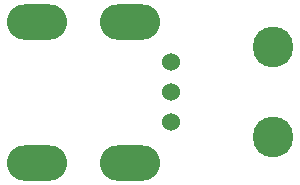
<source format=gbr>
%TF.GenerationSoftware,KiCad,Pcbnew,7.0.5*%
%TF.CreationDate,2023-10-04T22:19:23-05:00*%
%TF.ProjectId,Current Sensing Breakout,43757272-656e-4742-9053-656e73696e67,rev?*%
%TF.SameCoordinates,Original*%
%TF.FileFunction,Soldermask,Bot*%
%TF.FilePolarity,Negative*%
%FSLAX46Y46*%
G04 Gerber Fmt 4.6, Leading zero omitted, Abs format (unit mm)*
G04 Created by KiCad (PCBNEW 7.0.5) date 2023-10-04 22:19:23*
%MOMM*%
%LPD*%
G01*
G04 APERTURE LIST*
%ADD10C,3.450000*%
%ADD11C,1.524000*%
%ADD12O,5.100000X3.000000*%
G04 APERTURE END LIST*
D10*
%TO.C,Conn3*%
X73914000Y-46863000D03*
X73914000Y-54483000D03*
D11*
X65278000Y-48133000D03*
X65278000Y-50673000D03*
X65278000Y-53213000D03*
%TD*%
D12*
%TO.C,Conn1*%
X61849000Y-44704000D03*
X53975000Y-44704000D03*
%TD*%
%TO.C,Conn2*%
X61849000Y-56642000D03*
X53975000Y-56642000D03*
%TD*%
M02*

</source>
